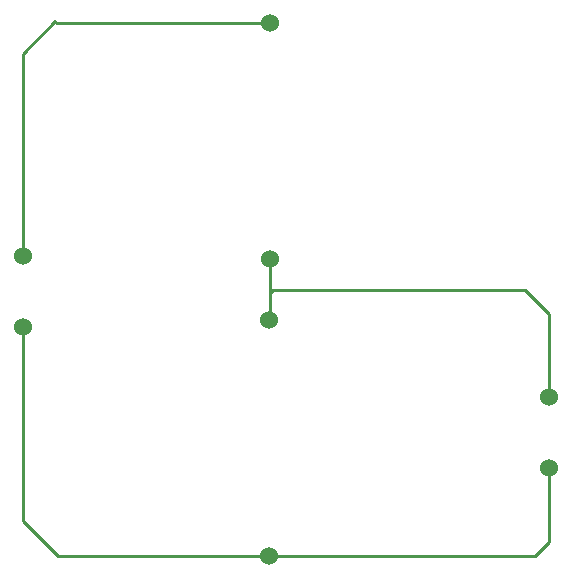
<source format=gbr>
%TF.GenerationSoftware,KiCad,Pcbnew,(6.0.7)*%
%TF.CreationDate,2022-09-05T15:32:18+08:00*%
%TF.ProjectId,6_1_2,365f315f-322e-46b6-9963-61645f706362,rev?*%
%TF.SameCoordinates,Original*%
%TF.FileFunction,Copper,L1,Top*%
%TF.FilePolarity,Positive*%
%FSLAX46Y46*%
G04 Gerber Fmt 4.6, Leading zero omitted, Abs format (unit mm)*
G04 Created by KiCad (PCBNEW (6.0.7)) date 2022-09-05 15:32:18*
%MOMM*%
%LPD*%
G01*
G04 APERTURE LIST*
%TA.AperFunction,ComponentPad*%
%ADD10C,1.524000*%
%TD*%
%TA.AperFunction,Conductor*%
%ADD11C,0.250000*%
%TD*%
G04 APERTURE END LIST*
D10*
%TO.P,MM,1,+*%
%TO.N,Net-(U1-Pad1)*%
X94208600Y-67358000D03*
%TO.P,MM,2,-*%
%TO.N,Net-(U1-Pad2)*%
X94208600Y-73358000D03*
%TD*%
%TO.P,R2,1*%
%TO.N,Net-(U1-Pad1)*%
X70510400Y-60815200D03*
%TO.P,R2,2*%
%TO.N,Net-(U1-Pad2)*%
X70510400Y-80815200D03*
%TD*%
%TO.P,ES,1,+*%
%TO.N,Net-(R1-Pad1)*%
X49631600Y-55394600D03*
%TO.P,ES,2,-*%
%TO.N,Net-(U1-Pad2)*%
X49631600Y-61394600D03*
%TD*%
%TO.P,R1,1*%
%TO.N,Net-(R1-Pad1)*%
X70535800Y-35643800D03*
%TO.P,R1,2*%
%TO.N,Net-(U1-Pad1)*%
X70535800Y-55643800D03*
%TD*%
D11*
%TO.N,Net-(R1-Pad1)*%
X52484000Y-35643800D02*
X70535800Y-35643800D01*
X49631600Y-55394600D02*
X49631600Y-38277800D01*
X49631600Y-38277800D02*
X52374800Y-35534600D01*
X52374800Y-35534600D02*
X52484000Y-35643800D01*
%TO.N,Net-(U1-Pad2)*%
X94208600Y-79629000D02*
X93022400Y-80815200D01*
X94208600Y-73358000D02*
X94208600Y-79629000D01*
X52621200Y-80815200D02*
X49631600Y-77825600D01*
X49631600Y-77825600D02*
X49631600Y-61394600D01*
X93022400Y-80815200D02*
X52621200Y-80815200D01*
%TO.N,Net-(U1-Pad1)*%
X70840600Y-58267600D02*
X70535800Y-58572400D01*
X70535800Y-60789800D02*
X70510400Y-60815200D01*
X92202000Y-58267600D02*
X70840600Y-58267600D01*
X94208600Y-67358000D02*
X94208600Y-60274200D01*
X70535800Y-55643800D02*
X70535800Y-58572400D01*
X94208600Y-60274200D02*
X92202000Y-58267600D01*
X70535800Y-58572400D02*
X70535800Y-60789800D01*
%TD*%
M02*

</source>
